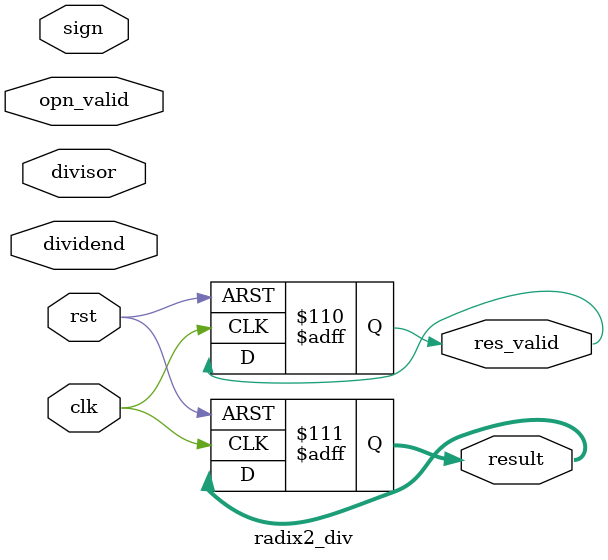
<source format=v>
module radix2_div (
    input clk,
    input rst,
    input sign,
    input [7:0] dividend,
    input [7:0] divisor,
    input opn_valid,
    output reg res_valid,
    output reg [15:0] result
);

reg [7:0] abs_dividend;
reg [7:0] abs_divisor;
reg [8:0] SR;
reg [2:0] cnt;
reg start_cnt;
reg [7:0] NEG_DIVISOR;
reg [7:0] remainder;
reg [7:0] quotient;

always @(posedge clk or posedge rst) begin
    if (rst) begin
        res_valid <= 0;
        result <= 0;
        abs_dividend <= 0;
        abs_divisor <= 0;
        SR <= 0;
        cnt <= 0;
        start_cnt <= 0;
        NEG_DIVISOR <= 0;
        remainder <= 0;
        quotient <= 0;
    end else begin
        if (opn_valid && !res_valid) begin
            abs_dividend <= sign ? (dividend < 0 ? -dividend : dividend) : dividend;
            abs_divisor <= sign ? (divisor < 0 ? -divisor : divisor) : divisor;
            SR <= abs_dividend << 1;
            cnt <= 1;
            start_cnt <= 1;
            NEG_DIVISOR <= ~abs_divisor + 1;
        end else if (start_cnt) begin
            if (cnt == 8) begin
                res_valid <= 1;
                result[7:0] <= remainder;
                result[15:8] <= quotient;
                cnt <= 0;
                start_cnt <= 0;
                res_valid <= 0;
            end else begin
                if (SR < NEG_DIVISOR) begin
                    SR <= SR + abs_divisor << 1;
                    quotient <= quotient + 1 << (7 - cnt);
                end else begin
                    SR <= SR - abs_divisor << 1;
                    quotient <= quotient - 1 << (7 - cnt);
                end
                remainder <= {SR[6:0], SR[7] & ~SR[6]};
                cnt <= cnt + 1;
            end
        end
    end
end

endmodule
</source>
